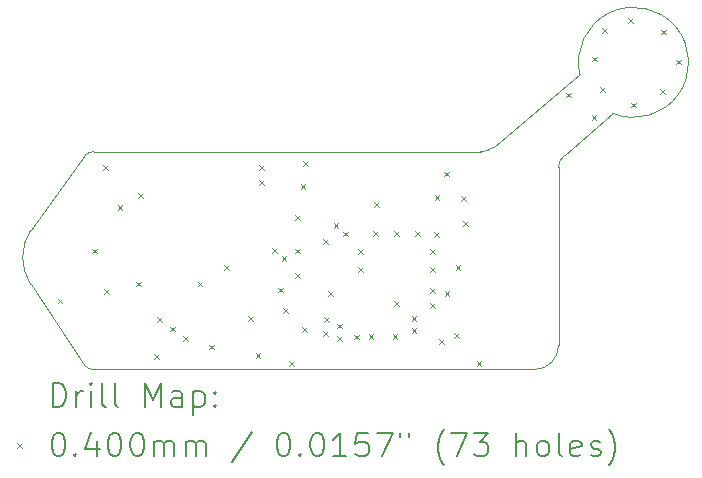
<source format=gbr>
%TF.GenerationSoftware,KiCad,Pcbnew,9.0.2*%
%TF.CreationDate,2026-01-05T11:11:59+01:00*%
%TF.ProjectId,switch,73776974-6368-42e6-9b69-6361645f7063,rev?*%
%TF.SameCoordinates,Original*%
%TF.FileFunction,Drillmap*%
%TF.FilePolarity,Positive*%
%FSLAX45Y45*%
G04 Gerber Fmt 4.5, Leading zero omitted, Abs format (unit mm)*
G04 Created by KiCad (PCBNEW 9.0.2) date 2026-01-05 11:11:59*
%MOMM*%
%LPD*%
G01*
G04 APERTURE LIST*
%ADD10C,0.100000*%
%ADD11C,0.200000*%
G04 APERTURE END LIST*
D10*
X18465800Y-11760200D02*
X18872200Y-11404600D01*
X18415000Y-13369838D02*
X18415000Y-11861800D01*
X14478000Y-13573038D02*
X18211800Y-13573038D01*
X13944600Y-12852400D02*
G75*
G02*
X13944600Y-12395200I355600J228600D01*
G01*
X17868425Y-11688969D02*
G75*
G02*
X17754600Y-11730180I-113825J136589D01*
G01*
X18415000Y-13369838D02*
G75*
G02*
X18211800Y-13573040I-203200J-2D01*
G01*
X13944600Y-12852400D02*
X14406158Y-13543280D01*
X14406158Y-11759938D02*
G75*
G02*
X14478000Y-11730180I71842J-71842D01*
G01*
X18594147Y-11074101D02*
X17868425Y-11688969D01*
X18415000Y-11861800D02*
G75*
G02*
X18465800Y-11760200I127000J0D01*
G01*
X17754600Y-11730180D02*
X14478000Y-11730180D01*
X14478000Y-13573038D02*
G75*
G02*
X14406158Y-13543280I0J101598D01*
G01*
X18594147Y-11074101D02*
G75*
G02*
X18872200Y-11404600I455853J101301D01*
G01*
X14406158Y-11759938D02*
X13944600Y-12395200D01*
D11*
D10*
X14173520Y-12974640D02*
X14213520Y-13014640D01*
X14213520Y-12974640D02*
X14173520Y-13014640D01*
X14465620Y-12550460D02*
X14505620Y-12590460D01*
X14505620Y-12550460D02*
X14465620Y-12590460D01*
X14559600Y-11841800D02*
X14599600Y-11881800D01*
X14599600Y-11841800D02*
X14559600Y-11881800D01*
X14567220Y-12895900D02*
X14607220Y-12935900D01*
X14607220Y-12895900D02*
X14567220Y-12935900D01*
X14681520Y-12182160D02*
X14721520Y-12222160D01*
X14721520Y-12182160D02*
X14681520Y-12222160D01*
X14836460Y-12829860D02*
X14876460Y-12869860D01*
X14876460Y-12829860D02*
X14836460Y-12869860D01*
X14854240Y-12078020D02*
X14894240Y-12118020D01*
X14894240Y-12078020D02*
X14854240Y-12118020D01*
X14991400Y-13442000D02*
X15031400Y-13482000D01*
X15031400Y-13442000D02*
X14991400Y-13482000D01*
X15019340Y-13129580D02*
X15059340Y-13169580D01*
X15059340Y-13129580D02*
X15019340Y-13169580D01*
X15126020Y-13210860D02*
X15166020Y-13250860D01*
X15166020Y-13210860D02*
X15126020Y-13250860D01*
X15235240Y-13289600D02*
X15275240Y-13329600D01*
X15275240Y-13289600D02*
X15235240Y-13329600D01*
X15359700Y-12829860D02*
X15399700Y-12869860D01*
X15399700Y-12829860D02*
X15359700Y-12869860D01*
X15456220Y-13362100D02*
X15496220Y-13402100D01*
X15496220Y-13362100D02*
X15456220Y-13402100D01*
X15580680Y-12687620D02*
X15620680Y-12727620D01*
X15620680Y-12687620D02*
X15580680Y-12727620D01*
X15788960Y-13124500D02*
X15828960Y-13164500D01*
X15828960Y-13124500D02*
X15788960Y-13164500D01*
X15849920Y-13434600D02*
X15889920Y-13474600D01*
X15889920Y-13434600D02*
X15849920Y-13474600D01*
X15877660Y-11841600D02*
X15917660Y-11881600D01*
X15917660Y-11841600D02*
X15877660Y-11881600D01*
X15880400Y-11968800D02*
X15920400Y-12008800D01*
X15920400Y-11968800D02*
X15880400Y-12008800D01*
X15989620Y-12546200D02*
X16029620Y-12586200D01*
X16029620Y-12546200D02*
X15989620Y-12586200D01*
X16040420Y-12880660D02*
X16080420Y-12920660D01*
X16080420Y-12880660D02*
X16040420Y-12920660D01*
X16070900Y-12616200D02*
X16110900Y-12656200D01*
X16110900Y-12616200D02*
X16070900Y-12656200D01*
X16081060Y-13056760D02*
X16121060Y-13096760D01*
X16121060Y-13056760D02*
X16081060Y-13096760D01*
X16134400Y-13505500D02*
X16174400Y-13545500D01*
X16174400Y-13505500D02*
X16134400Y-13545500D01*
X16182660Y-12550460D02*
X16222660Y-12590460D01*
X16222660Y-12550460D02*
X16182660Y-12590460D01*
X16182660Y-12756200D02*
X16222660Y-12796200D01*
X16222660Y-12756200D02*
X16182660Y-12796200D01*
X16187740Y-12265980D02*
X16227740Y-12305980D01*
X16227740Y-12265980D02*
X16187740Y-12305980D01*
X16230920Y-12006900D02*
X16270920Y-12046900D01*
X16270920Y-12006900D02*
X16230920Y-12046900D01*
X16246160Y-13215940D02*
X16286160Y-13255940D01*
X16286160Y-13215940D02*
X16246160Y-13255940D01*
X16253780Y-11811320D02*
X16293780Y-11851320D01*
X16293780Y-11811320D02*
X16253780Y-11851320D01*
X16418880Y-12471720D02*
X16458880Y-12511720D01*
X16458880Y-12471720D02*
X16418880Y-12511720D01*
X16421290Y-13246890D02*
X16461290Y-13286890D01*
X16461290Y-13246890D02*
X16421290Y-13286890D01*
X16431580Y-13129580D02*
X16471580Y-13169580D01*
X16471580Y-13129580D02*
X16431580Y-13169580D01*
X16464600Y-12908600D02*
X16504600Y-12948600D01*
X16504600Y-12908600D02*
X16464600Y-12948600D01*
X16511220Y-12336200D02*
X16551220Y-12376200D01*
X16551220Y-12336200D02*
X16511220Y-12376200D01*
X16540800Y-13185460D02*
X16580800Y-13225460D01*
X16580800Y-13185460D02*
X16540800Y-13225460D01*
X16540800Y-13289600D02*
X16580800Y-13329600D01*
X16580800Y-13289600D02*
X16540800Y-13329600D01*
X16594140Y-12405680D02*
X16634140Y-12445680D01*
X16634140Y-12405680D02*
X16594140Y-12445680D01*
X16684520Y-13279440D02*
X16724520Y-13319440D01*
X16724520Y-13279440D02*
X16684520Y-13319440D01*
X16718600Y-12553000D02*
X16758600Y-12593000D01*
X16758600Y-12553000D02*
X16718600Y-12593000D01*
X16718600Y-12707940D02*
X16758600Y-12747940D01*
X16758600Y-12707940D02*
X16718600Y-12747940D01*
X16807500Y-13276900D02*
X16847500Y-13316900D01*
X16847500Y-13276900D02*
X16807500Y-13316900D01*
X16845600Y-12400600D02*
X16885600Y-12440600D01*
X16885600Y-12400600D02*
X16845600Y-12440600D01*
X16853220Y-12156760D02*
X16893220Y-12196760D01*
X16893220Y-12156760D02*
X16853220Y-12196760D01*
X17010700Y-13276900D02*
X17050700Y-13316900D01*
X17050700Y-13276900D02*
X17010700Y-13316900D01*
X17022400Y-12400600D02*
X17062400Y-12440600D01*
X17062400Y-12400600D02*
X17022400Y-12440600D01*
X17023400Y-12994960D02*
X17063400Y-13034960D01*
X17063400Y-12994960D02*
X17023400Y-13034960D01*
X17170720Y-13120260D02*
X17210720Y-13160260D01*
X17210720Y-13120260D02*
X17170720Y-13160260D01*
X17170720Y-13225260D02*
X17210720Y-13265260D01*
X17210720Y-13225260D02*
X17170720Y-13265260D01*
X17201200Y-12400600D02*
X17241200Y-12440600D01*
X17241200Y-12400600D02*
X17201200Y-12440600D01*
X17328200Y-12553000D02*
X17368200Y-12593000D01*
X17368200Y-12553000D02*
X17328200Y-12593000D01*
X17328200Y-12705400D02*
X17368200Y-12745400D01*
X17368200Y-12705400D02*
X17328200Y-12745400D01*
X17328200Y-12883200D02*
X17368200Y-12923200D01*
X17368200Y-12883200D02*
X17328200Y-12923200D01*
X17328200Y-13010200D02*
X17368200Y-13050200D01*
X17368200Y-13010200D02*
X17328200Y-13050200D01*
X17358680Y-12413300D02*
X17398680Y-12453300D01*
X17398680Y-12413300D02*
X17358680Y-12453300D01*
X17366300Y-12098340D02*
X17406300Y-12138340D01*
X17406300Y-12098340D02*
X17366300Y-12138340D01*
X17404400Y-13315000D02*
X17444400Y-13355000D01*
X17444400Y-13315000D02*
X17404400Y-13355000D01*
X17447580Y-11897680D02*
X17487580Y-11937680D01*
X17487580Y-11897680D02*
X17447580Y-11937680D01*
X17450120Y-12908600D02*
X17490120Y-12948600D01*
X17490120Y-12908600D02*
X17450120Y-12948600D01*
X17531400Y-13264200D02*
X17571400Y-13304200D01*
X17571400Y-13264200D02*
X17531400Y-13304200D01*
X17544100Y-12690160D02*
X17584100Y-12730160D01*
X17584100Y-12690160D02*
X17544100Y-12730160D01*
X17587280Y-12108500D02*
X17627280Y-12148500D01*
X17627280Y-12108500D02*
X17587280Y-12148500D01*
X17610140Y-12319320D02*
X17650140Y-12359320D01*
X17650140Y-12319320D02*
X17610140Y-12359320D01*
X17721900Y-13500420D02*
X17761900Y-13540420D01*
X17761900Y-13500420D02*
X17721900Y-13540420D01*
X18481360Y-11229660D02*
X18521360Y-11269660D01*
X18521360Y-11229660D02*
X18481360Y-11269660D01*
X18694720Y-11417620D02*
X18734720Y-11457620D01*
X18734720Y-11417620D02*
X18694720Y-11457620D01*
X18697260Y-10924860D02*
X18737260Y-10964860D01*
X18737260Y-10924860D02*
X18697260Y-10964860D01*
X18768380Y-11183940D02*
X18808380Y-11223940D01*
X18808380Y-11183940D02*
X18768380Y-11223940D01*
X18786160Y-10683560D02*
X18826160Y-10723560D01*
X18826160Y-10683560D02*
X18786160Y-10723560D01*
X19007140Y-10599740D02*
X19047140Y-10639740D01*
X19047140Y-10599740D02*
X19007140Y-10639740D01*
X19032540Y-11313480D02*
X19072540Y-11353480D01*
X19072540Y-11313480D02*
X19032540Y-11353480D01*
X19273840Y-11201720D02*
X19313840Y-11241720D01*
X19313840Y-11201720D02*
X19273840Y-11241720D01*
X19281460Y-10696260D02*
X19321460Y-10736260D01*
X19321460Y-10696260D02*
X19281460Y-10736260D01*
X19408460Y-10950260D02*
X19448460Y-10990260D01*
X19448460Y-10950260D02*
X19408460Y-10990260D01*
D11*
X14133237Y-13889522D02*
X14133237Y-13689522D01*
X14133237Y-13689522D02*
X14180856Y-13689522D01*
X14180856Y-13689522D02*
X14209427Y-13699046D01*
X14209427Y-13699046D02*
X14228475Y-13718093D01*
X14228475Y-13718093D02*
X14237998Y-13737141D01*
X14237998Y-13737141D02*
X14247522Y-13775236D01*
X14247522Y-13775236D02*
X14247522Y-13803807D01*
X14247522Y-13803807D02*
X14237998Y-13841903D01*
X14237998Y-13841903D02*
X14228475Y-13860950D01*
X14228475Y-13860950D02*
X14209427Y-13879998D01*
X14209427Y-13879998D02*
X14180856Y-13889522D01*
X14180856Y-13889522D02*
X14133237Y-13889522D01*
X14333237Y-13889522D02*
X14333237Y-13756188D01*
X14333237Y-13794284D02*
X14342760Y-13775236D01*
X14342760Y-13775236D02*
X14352284Y-13765712D01*
X14352284Y-13765712D02*
X14371332Y-13756188D01*
X14371332Y-13756188D02*
X14390379Y-13756188D01*
X14457046Y-13889522D02*
X14457046Y-13756188D01*
X14457046Y-13689522D02*
X14447522Y-13699046D01*
X14447522Y-13699046D02*
X14457046Y-13708569D01*
X14457046Y-13708569D02*
X14466570Y-13699046D01*
X14466570Y-13699046D02*
X14457046Y-13689522D01*
X14457046Y-13689522D02*
X14457046Y-13708569D01*
X14580856Y-13889522D02*
X14561808Y-13879998D01*
X14561808Y-13879998D02*
X14552284Y-13860950D01*
X14552284Y-13860950D02*
X14552284Y-13689522D01*
X14685617Y-13889522D02*
X14666570Y-13879998D01*
X14666570Y-13879998D02*
X14657046Y-13860950D01*
X14657046Y-13860950D02*
X14657046Y-13689522D01*
X14914189Y-13889522D02*
X14914189Y-13689522D01*
X14914189Y-13689522D02*
X14980856Y-13832379D01*
X14980856Y-13832379D02*
X15047522Y-13689522D01*
X15047522Y-13689522D02*
X15047522Y-13889522D01*
X15228475Y-13889522D02*
X15228475Y-13784760D01*
X15228475Y-13784760D02*
X15218951Y-13765712D01*
X15218951Y-13765712D02*
X15199903Y-13756188D01*
X15199903Y-13756188D02*
X15161808Y-13756188D01*
X15161808Y-13756188D02*
X15142760Y-13765712D01*
X15228475Y-13879998D02*
X15209427Y-13889522D01*
X15209427Y-13889522D02*
X15161808Y-13889522D01*
X15161808Y-13889522D02*
X15142760Y-13879998D01*
X15142760Y-13879998D02*
X15133237Y-13860950D01*
X15133237Y-13860950D02*
X15133237Y-13841903D01*
X15133237Y-13841903D02*
X15142760Y-13822855D01*
X15142760Y-13822855D02*
X15161808Y-13813331D01*
X15161808Y-13813331D02*
X15209427Y-13813331D01*
X15209427Y-13813331D02*
X15228475Y-13803807D01*
X15323713Y-13756188D02*
X15323713Y-13956188D01*
X15323713Y-13765712D02*
X15342760Y-13756188D01*
X15342760Y-13756188D02*
X15380856Y-13756188D01*
X15380856Y-13756188D02*
X15399903Y-13765712D01*
X15399903Y-13765712D02*
X15409427Y-13775236D01*
X15409427Y-13775236D02*
X15418951Y-13794284D01*
X15418951Y-13794284D02*
X15418951Y-13851426D01*
X15418951Y-13851426D02*
X15409427Y-13870474D01*
X15409427Y-13870474D02*
X15399903Y-13879998D01*
X15399903Y-13879998D02*
X15380856Y-13889522D01*
X15380856Y-13889522D02*
X15342760Y-13889522D01*
X15342760Y-13889522D02*
X15323713Y-13879998D01*
X15504665Y-13870474D02*
X15514189Y-13879998D01*
X15514189Y-13879998D02*
X15504665Y-13889522D01*
X15504665Y-13889522D02*
X15495141Y-13879998D01*
X15495141Y-13879998D02*
X15504665Y-13870474D01*
X15504665Y-13870474D02*
X15504665Y-13889522D01*
X15504665Y-13765712D02*
X15514189Y-13775236D01*
X15514189Y-13775236D02*
X15504665Y-13784760D01*
X15504665Y-13784760D02*
X15495141Y-13775236D01*
X15495141Y-13775236D02*
X15504665Y-13765712D01*
X15504665Y-13765712D02*
X15504665Y-13784760D01*
D10*
X13832460Y-14198038D02*
X13872460Y-14238038D01*
X13872460Y-14198038D02*
X13832460Y-14238038D01*
D11*
X14171332Y-14109522D02*
X14190379Y-14109522D01*
X14190379Y-14109522D02*
X14209427Y-14119046D01*
X14209427Y-14119046D02*
X14218951Y-14128569D01*
X14218951Y-14128569D02*
X14228475Y-14147617D01*
X14228475Y-14147617D02*
X14237998Y-14185712D01*
X14237998Y-14185712D02*
X14237998Y-14233331D01*
X14237998Y-14233331D02*
X14228475Y-14271426D01*
X14228475Y-14271426D02*
X14218951Y-14290474D01*
X14218951Y-14290474D02*
X14209427Y-14299998D01*
X14209427Y-14299998D02*
X14190379Y-14309522D01*
X14190379Y-14309522D02*
X14171332Y-14309522D01*
X14171332Y-14309522D02*
X14152284Y-14299998D01*
X14152284Y-14299998D02*
X14142760Y-14290474D01*
X14142760Y-14290474D02*
X14133237Y-14271426D01*
X14133237Y-14271426D02*
X14123713Y-14233331D01*
X14123713Y-14233331D02*
X14123713Y-14185712D01*
X14123713Y-14185712D02*
X14133237Y-14147617D01*
X14133237Y-14147617D02*
X14142760Y-14128569D01*
X14142760Y-14128569D02*
X14152284Y-14119046D01*
X14152284Y-14119046D02*
X14171332Y-14109522D01*
X14323713Y-14290474D02*
X14333237Y-14299998D01*
X14333237Y-14299998D02*
X14323713Y-14309522D01*
X14323713Y-14309522D02*
X14314189Y-14299998D01*
X14314189Y-14299998D02*
X14323713Y-14290474D01*
X14323713Y-14290474D02*
X14323713Y-14309522D01*
X14504665Y-14176188D02*
X14504665Y-14309522D01*
X14457046Y-14099998D02*
X14409427Y-14242855D01*
X14409427Y-14242855D02*
X14533237Y-14242855D01*
X14647522Y-14109522D02*
X14666570Y-14109522D01*
X14666570Y-14109522D02*
X14685618Y-14119046D01*
X14685618Y-14119046D02*
X14695141Y-14128569D01*
X14695141Y-14128569D02*
X14704665Y-14147617D01*
X14704665Y-14147617D02*
X14714189Y-14185712D01*
X14714189Y-14185712D02*
X14714189Y-14233331D01*
X14714189Y-14233331D02*
X14704665Y-14271426D01*
X14704665Y-14271426D02*
X14695141Y-14290474D01*
X14695141Y-14290474D02*
X14685618Y-14299998D01*
X14685618Y-14299998D02*
X14666570Y-14309522D01*
X14666570Y-14309522D02*
X14647522Y-14309522D01*
X14647522Y-14309522D02*
X14628475Y-14299998D01*
X14628475Y-14299998D02*
X14618951Y-14290474D01*
X14618951Y-14290474D02*
X14609427Y-14271426D01*
X14609427Y-14271426D02*
X14599903Y-14233331D01*
X14599903Y-14233331D02*
X14599903Y-14185712D01*
X14599903Y-14185712D02*
X14609427Y-14147617D01*
X14609427Y-14147617D02*
X14618951Y-14128569D01*
X14618951Y-14128569D02*
X14628475Y-14119046D01*
X14628475Y-14119046D02*
X14647522Y-14109522D01*
X14837998Y-14109522D02*
X14857046Y-14109522D01*
X14857046Y-14109522D02*
X14876094Y-14119046D01*
X14876094Y-14119046D02*
X14885618Y-14128569D01*
X14885618Y-14128569D02*
X14895141Y-14147617D01*
X14895141Y-14147617D02*
X14904665Y-14185712D01*
X14904665Y-14185712D02*
X14904665Y-14233331D01*
X14904665Y-14233331D02*
X14895141Y-14271426D01*
X14895141Y-14271426D02*
X14885618Y-14290474D01*
X14885618Y-14290474D02*
X14876094Y-14299998D01*
X14876094Y-14299998D02*
X14857046Y-14309522D01*
X14857046Y-14309522D02*
X14837998Y-14309522D01*
X14837998Y-14309522D02*
X14818951Y-14299998D01*
X14818951Y-14299998D02*
X14809427Y-14290474D01*
X14809427Y-14290474D02*
X14799903Y-14271426D01*
X14799903Y-14271426D02*
X14790379Y-14233331D01*
X14790379Y-14233331D02*
X14790379Y-14185712D01*
X14790379Y-14185712D02*
X14799903Y-14147617D01*
X14799903Y-14147617D02*
X14809427Y-14128569D01*
X14809427Y-14128569D02*
X14818951Y-14119046D01*
X14818951Y-14119046D02*
X14837998Y-14109522D01*
X14990379Y-14309522D02*
X14990379Y-14176188D01*
X14990379Y-14195236D02*
X14999903Y-14185712D01*
X14999903Y-14185712D02*
X15018951Y-14176188D01*
X15018951Y-14176188D02*
X15047522Y-14176188D01*
X15047522Y-14176188D02*
X15066570Y-14185712D01*
X15066570Y-14185712D02*
X15076094Y-14204760D01*
X15076094Y-14204760D02*
X15076094Y-14309522D01*
X15076094Y-14204760D02*
X15085618Y-14185712D01*
X15085618Y-14185712D02*
X15104665Y-14176188D01*
X15104665Y-14176188D02*
X15133237Y-14176188D01*
X15133237Y-14176188D02*
X15152284Y-14185712D01*
X15152284Y-14185712D02*
X15161808Y-14204760D01*
X15161808Y-14204760D02*
X15161808Y-14309522D01*
X15257046Y-14309522D02*
X15257046Y-14176188D01*
X15257046Y-14195236D02*
X15266570Y-14185712D01*
X15266570Y-14185712D02*
X15285618Y-14176188D01*
X15285618Y-14176188D02*
X15314189Y-14176188D01*
X15314189Y-14176188D02*
X15333237Y-14185712D01*
X15333237Y-14185712D02*
X15342760Y-14204760D01*
X15342760Y-14204760D02*
X15342760Y-14309522D01*
X15342760Y-14204760D02*
X15352284Y-14185712D01*
X15352284Y-14185712D02*
X15371332Y-14176188D01*
X15371332Y-14176188D02*
X15399903Y-14176188D01*
X15399903Y-14176188D02*
X15418951Y-14185712D01*
X15418951Y-14185712D02*
X15428475Y-14204760D01*
X15428475Y-14204760D02*
X15428475Y-14309522D01*
X15818951Y-14099998D02*
X15647522Y-14357141D01*
X16076094Y-14109522D02*
X16095142Y-14109522D01*
X16095142Y-14109522D02*
X16114189Y-14119046D01*
X16114189Y-14119046D02*
X16123713Y-14128569D01*
X16123713Y-14128569D02*
X16133237Y-14147617D01*
X16133237Y-14147617D02*
X16142761Y-14185712D01*
X16142761Y-14185712D02*
X16142761Y-14233331D01*
X16142761Y-14233331D02*
X16133237Y-14271426D01*
X16133237Y-14271426D02*
X16123713Y-14290474D01*
X16123713Y-14290474D02*
X16114189Y-14299998D01*
X16114189Y-14299998D02*
X16095142Y-14309522D01*
X16095142Y-14309522D02*
X16076094Y-14309522D01*
X16076094Y-14309522D02*
X16057046Y-14299998D01*
X16057046Y-14299998D02*
X16047522Y-14290474D01*
X16047522Y-14290474D02*
X16037999Y-14271426D01*
X16037999Y-14271426D02*
X16028475Y-14233331D01*
X16028475Y-14233331D02*
X16028475Y-14185712D01*
X16028475Y-14185712D02*
X16037999Y-14147617D01*
X16037999Y-14147617D02*
X16047522Y-14128569D01*
X16047522Y-14128569D02*
X16057046Y-14119046D01*
X16057046Y-14119046D02*
X16076094Y-14109522D01*
X16228475Y-14290474D02*
X16237999Y-14299998D01*
X16237999Y-14299998D02*
X16228475Y-14309522D01*
X16228475Y-14309522D02*
X16218951Y-14299998D01*
X16218951Y-14299998D02*
X16228475Y-14290474D01*
X16228475Y-14290474D02*
X16228475Y-14309522D01*
X16361808Y-14109522D02*
X16380856Y-14109522D01*
X16380856Y-14109522D02*
X16399903Y-14119046D01*
X16399903Y-14119046D02*
X16409427Y-14128569D01*
X16409427Y-14128569D02*
X16418951Y-14147617D01*
X16418951Y-14147617D02*
X16428475Y-14185712D01*
X16428475Y-14185712D02*
X16428475Y-14233331D01*
X16428475Y-14233331D02*
X16418951Y-14271426D01*
X16418951Y-14271426D02*
X16409427Y-14290474D01*
X16409427Y-14290474D02*
X16399903Y-14299998D01*
X16399903Y-14299998D02*
X16380856Y-14309522D01*
X16380856Y-14309522D02*
X16361808Y-14309522D01*
X16361808Y-14309522D02*
X16342761Y-14299998D01*
X16342761Y-14299998D02*
X16333237Y-14290474D01*
X16333237Y-14290474D02*
X16323713Y-14271426D01*
X16323713Y-14271426D02*
X16314189Y-14233331D01*
X16314189Y-14233331D02*
X16314189Y-14185712D01*
X16314189Y-14185712D02*
X16323713Y-14147617D01*
X16323713Y-14147617D02*
X16333237Y-14128569D01*
X16333237Y-14128569D02*
X16342761Y-14119046D01*
X16342761Y-14119046D02*
X16361808Y-14109522D01*
X16618951Y-14309522D02*
X16504665Y-14309522D01*
X16561808Y-14309522D02*
X16561808Y-14109522D01*
X16561808Y-14109522D02*
X16542761Y-14138093D01*
X16542761Y-14138093D02*
X16523713Y-14157141D01*
X16523713Y-14157141D02*
X16504665Y-14166665D01*
X16799904Y-14109522D02*
X16704665Y-14109522D01*
X16704665Y-14109522D02*
X16695142Y-14204760D01*
X16695142Y-14204760D02*
X16704665Y-14195236D01*
X16704665Y-14195236D02*
X16723713Y-14185712D01*
X16723713Y-14185712D02*
X16771332Y-14185712D01*
X16771332Y-14185712D02*
X16790380Y-14195236D01*
X16790380Y-14195236D02*
X16799904Y-14204760D01*
X16799904Y-14204760D02*
X16809427Y-14223807D01*
X16809427Y-14223807D02*
X16809427Y-14271426D01*
X16809427Y-14271426D02*
X16799904Y-14290474D01*
X16799904Y-14290474D02*
X16790380Y-14299998D01*
X16790380Y-14299998D02*
X16771332Y-14309522D01*
X16771332Y-14309522D02*
X16723713Y-14309522D01*
X16723713Y-14309522D02*
X16704665Y-14299998D01*
X16704665Y-14299998D02*
X16695142Y-14290474D01*
X16876094Y-14109522D02*
X17009427Y-14109522D01*
X17009427Y-14109522D02*
X16923713Y-14309522D01*
X17076094Y-14109522D02*
X17076094Y-14147617D01*
X17152285Y-14109522D02*
X17152285Y-14147617D01*
X17447523Y-14385712D02*
X17437999Y-14376188D01*
X17437999Y-14376188D02*
X17418951Y-14347617D01*
X17418951Y-14347617D02*
X17409427Y-14328569D01*
X17409427Y-14328569D02*
X17399904Y-14299998D01*
X17399904Y-14299998D02*
X17390380Y-14252379D01*
X17390380Y-14252379D02*
X17390380Y-14214284D01*
X17390380Y-14214284D02*
X17399904Y-14166665D01*
X17399904Y-14166665D02*
X17409427Y-14138093D01*
X17409427Y-14138093D02*
X17418951Y-14119046D01*
X17418951Y-14119046D02*
X17437999Y-14090474D01*
X17437999Y-14090474D02*
X17447523Y-14080950D01*
X17504666Y-14109522D02*
X17637999Y-14109522D01*
X17637999Y-14109522D02*
X17552285Y-14309522D01*
X17695142Y-14109522D02*
X17818951Y-14109522D01*
X17818951Y-14109522D02*
X17752285Y-14185712D01*
X17752285Y-14185712D02*
X17780856Y-14185712D01*
X17780856Y-14185712D02*
X17799904Y-14195236D01*
X17799904Y-14195236D02*
X17809427Y-14204760D01*
X17809427Y-14204760D02*
X17818951Y-14223807D01*
X17818951Y-14223807D02*
X17818951Y-14271426D01*
X17818951Y-14271426D02*
X17809427Y-14290474D01*
X17809427Y-14290474D02*
X17799904Y-14299998D01*
X17799904Y-14299998D02*
X17780856Y-14309522D01*
X17780856Y-14309522D02*
X17723713Y-14309522D01*
X17723713Y-14309522D02*
X17704666Y-14299998D01*
X17704666Y-14299998D02*
X17695142Y-14290474D01*
X18057047Y-14309522D02*
X18057047Y-14109522D01*
X18142761Y-14309522D02*
X18142761Y-14204760D01*
X18142761Y-14204760D02*
X18133237Y-14185712D01*
X18133237Y-14185712D02*
X18114189Y-14176188D01*
X18114189Y-14176188D02*
X18085618Y-14176188D01*
X18085618Y-14176188D02*
X18066570Y-14185712D01*
X18066570Y-14185712D02*
X18057047Y-14195236D01*
X18266570Y-14309522D02*
X18247523Y-14299998D01*
X18247523Y-14299998D02*
X18237999Y-14290474D01*
X18237999Y-14290474D02*
X18228475Y-14271426D01*
X18228475Y-14271426D02*
X18228475Y-14214284D01*
X18228475Y-14214284D02*
X18237999Y-14195236D01*
X18237999Y-14195236D02*
X18247523Y-14185712D01*
X18247523Y-14185712D02*
X18266570Y-14176188D01*
X18266570Y-14176188D02*
X18295142Y-14176188D01*
X18295142Y-14176188D02*
X18314189Y-14185712D01*
X18314189Y-14185712D02*
X18323713Y-14195236D01*
X18323713Y-14195236D02*
X18333237Y-14214284D01*
X18333237Y-14214284D02*
X18333237Y-14271426D01*
X18333237Y-14271426D02*
X18323713Y-14290474D01*
X18323713Y-14290474D02*
X18314189Y-14299998D01*
X18314189Y-14299998D02*
X18295142Y-14309522D01*
X18295142Y-14309522D02*
X18266570Y-14309522D01*
X18447523Y-14309522D02*
X18428475Y-14299998D01*
X18428475Y-14299998D02*
X18418951Y-14280950D01*
X18418951Y-14280950D02*
X18418951Y-14109522D01*
X18599904Y-14299998D02*
X18580856Y-14309522D01*
X18580856Y-14309522D02*
X18542761Y-14309522D01*
X18542761Y-14309522D02*
X18523713Y-14299998D01*
X18523713Y-14299998D02*
X18514189Y-14280950D01*
X18514189Y-14280950D02*
X18514189Y-14204760D01*
X18514189Y-14204760D02*
X18523713Y-14185712D01*
X18523713Y-14185712D02*
X18542761Y-14176188D01*
X18542761Y-14176188D02*
X18580856Y-14176188D01*
X18580856Y-14176188D02*
X18599904Y-14185712D01*
X18599904Y-14185712D02*
X18609428Y-14204760D01*
X18609428Y-14204760D02*
X18609428Y-14223807D01*
X18609428Y-14223807D02*
X18514189Y-14242855D01*
X18685618Y-14299998D02*
X18704666Y-14309522D01*
X18704666Y-14309522D02*
X18742761Y-14309522D01*
X18742761Y-14309522D02*
X18761809Y-14299998D01*
X18761809Y-14299998D02*
X18771332Y-14280950D01*
X18771332Y-14280950D02*
X18771332Y-14271426D01*
X18771332Y-14271426D02*
X18761809Y-14252379D01*
X18761809Y-14252379D02*
X18742761Y-14242855D01*
X18742761Y-14242855D02*
X18714189Y-14242855D01*
X18714189Y-14242855D02*
X18695142Y-14233331D01*
X18695142Y-14233331D02*
X18685618Y-14214284D01*
X18685618Y-14214284D02*
X18685618Y-14204760D01*
X18685618Y-14204760D02*
X18695142Y-14185712D01*
X18695142Y-14185712D02*
X18714189Y-14176188D01*
X18714189Y-14176188D02*
X18742761Y-14176188D01*
X18742761Y-14176188D02*
X18761809Y-14185712D01*
X18837999Y-14385712D02*
X18847523Y-14376188D01*
X18847523Y-14376188D02*
X18866570Y-14347617D01*
X18866570Y-14347617D02*
X18876094Y-14328569D01*
X18876094Y-14328569D02*
X18885618Y-14299998D01*
X18885618Y-14299998D02*
X18895142Y-14252379D01*
X18895142Y-14252379D02*
X18895142Y-14214284D01*
X18895142Y-14214284D02*
X18885618Y-14166665D01*
X18885618Y-14166665D02*
X18876094Y-14138093D01*
X18876094Y-14138093D02*
X18866570Y-14119046D01*
X18866570Y-14119046D02*
X18847523Y-14090474D01*
X18847523Y-14090474D02*
X18837999Y-14080950D01*
M02*

</source>
